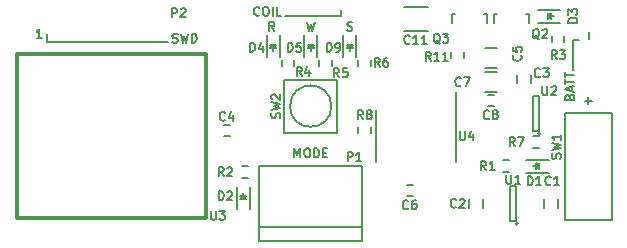
<source format=gto>
G04 #@! TF.FileFunction,Legend,Top*
%FSLAX46Y46*%
G04 Gerber Fmt 4.6, Leading zero omitted, Abs format (unit mm)*
G04 Created by KiCad (PCBNEW 4.0.2-stable) date Sun 10 Apr 2016 09:46:26 PM EDT*
%MOMM*%
G01*
G04 APERTURE LIST*
%ADD10C,0.150000*%
%ADD11C,0.130000*%
%ADD12C,0.300000*%
G04 APERTURE END LIST*
D10*
D11*
X200696286Y-137595429D02*
X200805143Y-137631714D01*
X200986572Y-137631714D01*
X201059143Y-137595429D01*
X201095429Y-137559143D01*
X201131714Y-137486571D01*
X201131714Y-137414000D01*
X201095429Y-137341429D01*
X201059143Y-137305143D01*
X200986572Y-137268857D01*
X200841429Y-137232571D01*
X200768857Y-137196286D01*
X200732572Y-137160000D01*
X200696286Y-137087429D01*
X200696286Y-137014857D01*
X200732572Y-136942286D01*
X200768857Y-136906000D01*
X200841429Y-136869714D01*
X201022857Y-136869714D01*
X201131714Y-136906000D01*
X197285429Y-136869714D02*
X197466858Y-137631714D01*
X197612001Y-137087429D01*
X197757143Y-137631714D01*
X197938572Y-136869714D01*
X194545857Y-137631714D02*
X194291857Y-137268857D01*
X194110429Y-137631714D02*
X194110429Y-136869714D01*
X194400714Y-136869714D01*
X194473286Y-136906000D01*
X194509571Y-136942286D01*
X194545857Y-137014857D01*
X194545857Y-137123714D01*
X194509571Y-137196286D01*
X194473286Y-137232571D01*
X194400714Y-137268857D01*
X194110429Y-137268857D01*
X175260000Y-138557000D02*
X175260000Y-137922000D01*
X185547000Y-138557000D02*
X175260000Y-138557000D01*
X174842714Y-138266714D02*
X174407286Y-138266714D01*
X174625000Y-138266714D02*
X174625000Y-137504714D01*
X174552429Y-137613571D01*
X174479857Y-137686143D01*
X174407286Y-137722429D01*
X185909858Y-138611429D02*
X186018715Y-138647714D01*
X186200144Y-138647714D01*
X186272715Y-138611429D01*
X186309001Y-138575143D01*
X186345286Y-138502571D01*
X186345286Y-138430000D01*
X186309001Y-138357429D01*
X186272715Y-138321143D01*
X186200144Y-138284857D01*
X186055001Y-138248571D01*
X185982429Y-138212286D01*
X185946144Y-138176000D01*
X185909858Y-138103429D01*
X185909858Y-138030857D01*
X185946144Y-137958286D01*
X185982429Y-137922000D01*
X186055001Y-137885714D01*
X186236429Y-137885714D01*
X186345286Y-137922000D01*
X186599286Y-137885714D02*
X186780715Y-138647714D01*
X186925858Y-138103429D01*
X187071000Y-138647714D01*
X187252429Y-137885714D01*
X187542715Y-138647714D02*
X187542715Y-137885714D01*
X187724143Y-137885714D01*
X187833000Y-137922000D01*
X187905572Y-137994571D01*
X187941857Y-138067143D01*
X187978143Y-138212286D01*
X187978143Y-138321143D01*
X187941857Y-138466286D01*
X187905572Y-138538857D01*
X187833000Y-138611429D01*
X187724143Y-138647714D01*
X187542715Y-138647714D01*
X221161429Y-138339285D02*
X221161429Y-137758714D01*
X219837000Y-138430000D02*
X220345000Y-138430000D01*
X219837000Y-140970000D02*
X219837000Y-138430000D01*
X200152000Y-136398000D02*
X200152000Y-135890000D01*
X195453000Y-136398000D02*
X200152000Y-136398000D01*
X193275857Y-136289143D02*
X193239571Y-136325429D01*
X193130714Y-136361714D01*
X193058143Y-136361714D01*
X192949286Y-136325429D01*
X192876714Y-136252857D01*
X192840429Y-136180286D01*
X192804143Y-136035143D01*
X192804143Y-135926286D01*
X192840429Y-135781143D01*
X192876714Y-135708571D01*
X192949286Y-135636000D01*
X193058143Y-135599714D01*
X193130714Y-135599714D01*
X193239571Y-135636000D01*
X193275857Y-135672286D01*
X193747571Y-135599714D02*
X193892714Y-135599714D01*
X193965286Y-135636000D01*
X194037857Y-135708571D01*
X194074143Y-135853714D01*
X194074143Y-136107714D01*
X194037857Y-136252857D01*
X193965286Y-136325429D01*
X193892714Y-136361714D01*
X193747571Y-136361714D01*
X193675000Y-136325429D01*
X193602429Y-136252857D01*
X193566143Y-136107714D01*
X193566143Y-135853714D01*
X193602429Y-135708571D01*
X193675000Y-135636000D01*
X193747571Y-135599714D01*
X194400715Y-136361714D02*
X194400715Y-135599714D01*
X195126429Y-136361714D02*
X194763572Y-136361714D01*
X194763572Y-135599714D01*
X219528571Y-143219713D02*
X219564857Y-143110856D01*
X219601143Y-143074571D01*
X219673714Y-143038285D01*
X219782571Y-143038285D01*
X219855143Y-143074571D01*
X219891429Y-143110856D01*
X219927714Y-143183428D01*
X219927714Y-143473713D01*
X219165714Y-143473713D01*
X219165714Y-143219713D01*
X219202000Y-143147142D01*
X219238286Y-143110856D01*
X219310857Y-143074571D01*
X219383429Y-143074571D01*
X219456000Y-143110856D01*
X219492286Y-143147142D01*
X219528571Y-143219713D01*
X219528571Y-143473713D01*
X219710000Y-142747999D02*
X219710000Y-142385142D01*
X219927714Y-142820571D02*
X219165714Y-142566571D01*
X219927714Y-142312571D01*
X219165714Y-142167428D02*
X219165714Y-141731999D01*
X219927714Y-141949713D02*
X219165714Y-141949713D01*
X219165714Y-141586857D02*
X219165714Y-141151428D01*
X219927714Y-141369142D02*
X219165714Y-141369142D01*
X220816715Y-143564429D02*
X221397286Y-143564429D01*
X221107000Y-143854714D02*
X221107000Y-143274143D01*
D10*
X205502000Y-137677000D02*
X207502000Y-137677000D01*
X207502000Y-135627000D02*
X205502000Y-135627000D01*
X195362000Y-146268000D02*
X195362000Y-141768000D01*
X195362000Y-141768000D02*
X199862000Y-141768000D01*
X199862000Y-141768000D02*
X199862000Y-146268000D01*
X199862000Y-146268000D02*
X195362000Y-146268000D01*
X199362000Y-144018000D02*
G75*
G03X199362000Y-144018000I-1750000J0D01*
G01*
D12*
X188722000Y-139633000D02*
X188722000Y-153483000D01*
X188722000Y-153483000D02*
X172722000Y-153483000D01*
X172722000Y-153483000D02*
X172722000Y-139633000D01*
X172722000Y-139633000D02*
X188722000Y-139633000D01*
D10*
X203127000Y-144333000D02*
X203127000Y-148783000D01*
X209877000Y-142808000D02*
X209877000Y-148783000D01*
X223107000Y-153638000D02*
X219107000Y-153638000D01*
X219107000Y-153638000D02*
X219107000Y-144638000D01*
X219107000Y-144638000D02*
X223107000Y-144638000D01*
X223107000Y-144638000D02*
X223107000Y-153638000D01*
X218532000Y-151923000D02*
X218532000Y-152623000D01*
X217332000Y-152623000D02*
X217332000Y-151923000D01*
X210982000Y-152623000D02*
X210982000Y-151923000D01*
X212182000Y-151923000D02*
X212182000Y-152623000D01*
X215046000Y-142082000D02*
X215046000Y-141382000D01*
X216246000Y-141382000D02*
X216246000Y-142082000D01*
X190750000Y-145575000D02*
X190250000Y-145575000D01*
X190250000Y-146525000D02*
X190750000Y-146525000D01*
X212352000Y-140804000D02*
X213352000Y-140804000D01*
X213352000Y-139104000D02*
X212352000Y-139104000D01*
X205744000Y-151605000D02*
X206244000Y-151605000D01*
X206244000Y-150655000D02*
X205744000Y-150655000D01*
X212352000Y-142836000D02*
X213352000Y-142836000D01*
X213352000Y-141136000D02*
X212352000Y-141136000D01*
X212602000Y-143985000D02*
X213102000Y-143985000D01*
X213102000Y-143035000D02*
X212602000Y-143035000D01*
X217762000Y-148548000D02*
X215862000Y-148548000D01*
X217762000Y-149648000D02*
X215862000Y-149648000D01*
X216862000Y-149098000D02*
X216412000Y-149098000D01*
X216912000Y-149348000D02*
X216912000Y-148848000D01*
X216912000Y-149098000D02*
X216662000Y-149348000D01*
X216662000Y-149348000D02*
X216662000Y-148848000D01*
X216662000Y-148848000D02*
X216912000Y-149098000D01*
X192447000Y-152738000D02*
X192447000Y-150838000D01*
X191347000Y-152738000D02*
X191347000Y-150838000D01*
X191897000Y-151838000D02*
X191897000Y-151388000D01*
X191647000Y-151888000D02*
X192147000Y-151888000D01*
X191897000Y-151888000D02*
X191647000Y-151638000D01*
X191647000Y-151638000D02*
X192147000Y-151638000D01*
X192147000Y-151638000D02*
X191897000Y-151888000D01*
X216832000Y-136948000D02*
X218732000Y-136948000D01*
X216832000Y-135848000D02*
X218732000Y-135848000D01*
X217732000Y-136398000D02*
X218182000Y-136398000D01*
X217682000Y-136148000D02*
X217682000Y-136648000D01*
X217682000Y-136398000D02*
X217932000Y-136148000D01*
X217932000Y-136148000D02*
X217932000Y-136648000D01*
X217932000Y-136648000D02*
X217682000Y-136398000D01*
X193887000Y-137965000D02*
X193887000Y-139865000D01*
X194987000Y-137965000D02*
X194987000Y-139865000D01*
X194437000Y-138865000D02*
X194437000Y-139315000D01*
X194687000Y-138815000D02*
X194187000Y-138815000D01*
X194437000Y-138815000D02*
X194687000Y-139065000D01*
X194687000Y-139065000D02*
X194187000Y-139065000D01*
X194187000Y-139065000D02*
X194437000Y-138815000D01*
X197062000Y-137965000D02*
X197062000Y-139865000D01*
X198162000Y-137965000D02*
X198162000Y-139865000D01*
X197612000Y-138865000D02*
X197612000Y-139315000D01*
X197862000Y-138815000D02*
X197362000Y-138815000D01*
X197612000Y-138815000D02*
X197862000Y-139065000D01*
X197862000Y-139065000D02*
X197362000Y-139065000D01*
X197362000Y-139065000D02*
X197612000Y-138815000D01*
X200364000Y-137965000D02*
X200364000Y-139865000D01*
X201464000Y-137965000D02*
X201464000Y-139865000D01*
X200914000Y-138865000D02*
X200914000Y-139315000D01*
X201164000Y-138815000D02*
X200664000Y-138815000D01*
X200914000Y-138815000D02*
X201164000Y-139065000D01*
X201164000Y-139065000D02*
X200664000Y-139065000D01*
X200664000Y-139065000D02*
X200914000Y-138815000D01*
X193261100Y-155455460D02*
X201961100Y-155455460D01*
X193261100Y-149050460D02*
X201961100Y-149050460D01*
X201961100Y-149050460D02*
X201961100Y-155455460D01*
X201961100Y-154225460D02*
X193261100Y-154225460D01*
X193261100Y-155455460D02*
X193261100Y-149050460D01*
X215929160Y-136255760D02*
X215880900Y-136255760D01*
X213130180Y-136956800D02*
X213130180Y-136255760D01*
X213130180Y-136255760D02*
X213379100Y-136255760D01*
X215929160Y-136255760D02*
X216129820Y-136255760D01*
X216129820Y-136255760D02*
X216129820Y-136956800D01*
X212373160Y-136255760D02*
X212324900Y-136255760D01*
X209574180Y-136956800D02*
X209574180Y-136255760D01*
X209574180Y-136255760D02*
X209823100Y-136255760D01*
X212373160Y-136255760D02*
X212573820Y-136255760D01*
X212573820Y-136255760D02*
X212573820Y-136956800D01*
X213872000Y-149623000D02*
X214372000Y-149623000D01*
X214372000Y-148573000D02*
X213872000Y-148573000D01*
X191774000Y-150131000D02*
X192274000Y-150131000D01*
X192274000Y-149081000D02*
X191774000Y-149081000D01*
X218042000Y-138053000D02*
X218042000Y-138553000D01*
X219092000Y-138553000D02*
X219092000Y-138053000D01*
X196232000Y-140585000D02*
X196232000Y-140085000D01*
X195182000Y-140085000D02*
X195182000Y-140585000D01*
X199407000Y-140585000D02*
X199407000Y-140085000D01*
X198357000Y-140085000D02*
X198357000Y-140585000D01*
X202709000Y-140585000D02*
X202709000Y-140085000D01*
X201659000Y-140085000D02*
X201659000Y-140585000D01*
X216912000Y-146541000D02*
X216412000Y-146541000D01*
X216412000Y-147591000D02*
X216912000Y-147591000D01*
X201659000Y-145800000D02*
X201659000Y-146300000D01*
X202709000Y-146300000D02*
X202709000Y-145800000D01*
X209533000Y-139450000D02*
X209533000Y-139950000D01*
X210583000Y-139950000D02*
X210583000Y-139450000D01*
X215157000Y-153973000D02*
G75*
G03X215157000Y-153973000I-100000J0D01*
G01*
X214507000Y-153723000D02*
X215007000Y-153723000D01*
X214507000Y-150823000D02*
X214507000Y-153723000D01*
X215007000Y-150823000D02*
X214507000Y-150823000D01*
X215007000Y-153723000D02*
X215007000Y-150823000D01*
X217062000Y-146353000D02*
G75*
G03X217062000Y-146353000I-100000J0D01*
G01*
X216412000Y-146103000D02*
X216912000Y-146103000D01*
X216412000Y-143203000D02*
X216412000Y-146103000D01*
X216912000Y-143203000D02*
X216412000Y-143203000D01*
X216912000Y-146103000D02*
X216912000Y-143203000D01*
D11*
X185873572Y-136488714D02*
X185873572Y-135726714D01*
X186163857Y-135726714D01*
X186236429Y-135763000D01*
X186272714Y-135799286D01*
X186309000Y-135871857D01*
X186309000Y-135980714D01*
X186272714Y-136053286D01*
X186236429Y-136089571D01*
X186163857Y-136125857D01*
X185873572Y-136125857D01*
X186599286Y-135799286D02*
X186635572Y-135763000D01*
X186708143Y-135726714D01*
X186889572Y-135726714D01*
X186962143Y-135763000D01*
X186998429Y-135799286D01*
X187034714Y-135871857D01*
X187034714Y-135944429D01*
X186998429Y-136053286D01*
X186563000Y-136488714D01*
X187034714Y-136488714D01*
X206012143Y-138702143D02*
X205975857Y-138738429D01*
X205867000Y-138774714D01*
X205794429Y-138774714D01*
X205685572Y-138738429D01*
X205613000Y-138665857D01*
X205576715Y-138593286D01*
X205540429Y-138448143D01*
X205540429Y-138339286D01*
X205576715Y-138194143D01*
X205613000Y-138121571D01*
X205685572Y-138049000D01*
X205794429Y-138012714D01*
X205867000Y-138012714D01*
X205975857Y-138049000D01*
X206012143Y-138085286D01*
X206737857Y-138774714D02*
X206302429Y-138774714D01*
X206520143Y-138774714D02*
X206520143Y-138012714D01*
X206447572Y-138121571D01*
X206375000Y-138194143D01*
X206302429Y-138230429D01*
X207463571Y-138774714D02*
X207028143Y-138774714D01*
X207245857Y-138774714D02*
X207245857Y-138012714D01*
X207173286Y-138121571D01*
X207100714Y-138194143D01*
X207028143Y-138230429D01*
X194999429Y-145033999D02*
X195035714Y-144925142D01*
X195035714Y-144743713D01*
X194999429Y-144671142D01*
X194963143Y-144634856D01*
X194890571Y-144598571D01*
X194818000Y-144598571D01*
X194745429Y-144634856D01*
X194709143Y-144671142D01*
X194672857Y-144743713D01*
X194636571Y-144888856D01*
X194600286Y-144961428D01*
X194564000Y-144997713D01*
X194491429Y-145033999D01*
X194418857Y-145033999D01*
X194346286Y-144997713D01*
X194310000Y-144961428D01*
X194273714Y-144888856D01*
X194273714Y-144707428D01*
X194310000Y-144598571D01*
X194273714Y-144344571D02*
X195035714Y-144163142D01*
X194491429Y-144017999D01*
X195035714Y-143872857D01*
X194273714Y-143691428D01*
X194346286Y-143437428D02*
X194310000Y-143401142D01*
X194273714Y-143328571D01*
X194273714Y-143147142D01*
X194310000Y-143074571D01*
X194346286Y-143038285D01*
X194418857Y-143002000D01*
X194491429Y-143002000D01*
X194600286Y-143038285D01*
X195035714Y-143473714D01*
X195035714Y-143002000D01*
X196233143Y-148362714D02*
X196233143Y-147600714D01*
X196487143Y-148145000D01*
X196741143Y-147600714D01*
X196741143Y-148362714D01*
X197249142Y-147600714D02*
X197394285Y-147600714D01*
X197466857Y-147637000D01*
X197539428Y-147709571D01*
X197575714Y-147854714D01*
X197575714Y-148108714D01*
X197539428Y-148253857D01*
X197466857Y-148326429D01*
X197394285Y-148362714D01*
X197249142Y-148362714D01*
X197176571Y-148326429D01*
X197104000Y-148253857D01*
X197067714Y-148108714D01*
X197067714Y-147854714D01*
X197104000Y-147709571D01*
X197176571Y-147637000D01*
X197249142Y-147600714D01*
X197902286Y-148362714D02*
X197902286Y-147600714D01*
X198083714Y-147600714D01*
X198192571Y-147637000D01*
X198265143Y-147709571D01*
X198301428Y-147782143D01*
X198337714Y-147927286D01*
X198337714Y-148036143D01*
X198301428Y-148181286D01*
X198265143Y-148253857D01*
X198192571Y-148326429D01*
X198083714Y-148362714D01*
X197902286Y-148362714D01*
X198664286Y-147963571D02*
X198918286Y-147963571D01*
X199027143Y-148362714D02*
X198664286Y-148362714D01*
X198664286Y-147600714D01*
X199027143Y-147600714D01*
X189157429Y-152871714D02*
X189157429Y-153488571D01*
X189193714Y-153561143D01*
X189230000Y-153597429D01*
X189302571Y-153633714D01*
X189447714Y-153633714D01*
X189520286Y-153597429D01*
X189556571Y-153561143D01*
X189592857Y-153488571D01*
X189592857Y-152871714D01*
X189883143Y-152871714D02*
X190354857Y-152871714D01*
X190100857Y-153162000D01*
X190209715Y-153162000D01*
X190282286Y-153198286D01*
X190318572Y-153234571D01*
X190354857Y-153307143D01*
X190354857Y-153488571D01*
X190318572Y-153561143D01*
X190282286Y-153597429D01*
X190209715Y-153633714D01*
X189992000Y-153633714D01*
X189919429Y-153597429D01*
X189883143Y-153561143D01*
X210239429Y-146140714D02*
X210239429Y-146757571D01*
X210275714Y-146830143D01*
X210312000Y-146866429D01*
X210384571Y-146902714D01*
X210529714Y-146902714D01*
X210602286Y-146866429D01*
X210638571Y-146830143D01*
X210674857Y-146757571D01*
X210674857Y-146140714D01*
X211364286Y-146394714D02*
X211364286Y-146902714D01*
X211182857Y-146104429D02*
X211001429Y-146648714D01*
X211473143Y-146648714D01*
X218748429Y-148462999D02*
X218784714Y-148354142D01*
X218784714Y-148172713D01*
X218748429Y-148100142D01*
X218712143Y-148063856D01*
X218639571Y-148027571D01*
X218567000Y-148027571D01*
X218494429Y-148063856D01*
X218458143Y-148100142D01*
X218421857Y-148172713D01*
X218385571Y-148317856D01*
X218349286Y-148390428D01*
X218313000Y-148426713D01*
X218240429Y-148462999D01*
X218167857Y-148462999D01*
X218095286Y-148426713D01*
X218059000Y-148390428D01*
X218022714Y-148317856D01*
X218022714Y-148136428D01*
X218059000Y-148027571D01*
X218022714Y-147773571D02*
X218784714Y-147592142D01*
X218240429Y-147446999D01*
X218784714Y-147301857D01*
X218022714Y-147120428D01*
X218784714Y-146431000D02*
X218784714Y-146866428D01*
X218784714Y-146648714D02*
X218022714Y-146648714D01*
X218131571Y-146721285D01*
X218204143Y-146793857D01*
X218240429Y-146866428D01*
X217932000Y-150640143D02*
X217895714Y-150676429D01*
X217786857Y-150712714D01*
X217714286Y-150712714D01*
X217605429Y-150676429D01*
X217532857Y-150603857D01*
X217496572Y-150531286D01*
X217460286Y-150386143D01*
X217460286Y-150277286D01*
X217496572Y-150132143D01*
X217532857Y-150059571D01*
X217605429Y-149987000D01*
X217714286Y-149950714D01*
X217786857Y-149950714D01*
X217895714Y-149987000D01*
X217932000Y-150023286D01*
X218657714Y-150712714D02*
X218222286Y-150712714D01*
X218440000Y-150712714D02*
X218440000Y-149950714D01*
X218367429Y-150059571D01*
X218294857Y-150132143D01*
X218222286Y-150168429D01*
X209931000Y-152545143D02*
X209894714Y-152581429D01*
X209785857Y-152617714D01*
X209713286Y-152617714D01*
X209604429Y-152581429D01*
X209531857Y-152508857D01*
X209495572Y-152436286D01*
X209459286Y-152291143D01*
X209459286Y-152182286D01*
X209495572Y-152037143D01*
X209531857Y-151964571D01*
X209604429Y-151892000D01*
X209713286Y-151855714D01*
X209785857Y-151855714D01*
X209894714Y-151892000D01*
X209931000Y-151928286D01*
X210221286Y-151928286D02*
X210257572Y-151892000D01*
X210330143Y-151855714D01*
X210511572Y-151855714D01*
X210584143Y-151892000D01*
X210620429Y-151928286D01*
X210656714Y-152000857D01*
X210656714Y-152073429D01*
X210620429Y-152182286D01*
X210185000Y-152617714D01*
X210656714Y-152617714D01*
X217043000Y-141496143D02*
X217006714Y-141532429D01*
X216897857Y-141568714D01*
X216825286Y-141568714D01*
X216716429Y-141532429D01*
X216643857Y-141459857D01*
X216607572Y-141387286D01*
X216571286Y-141242143D01*
X216571286Y-141133286D01*
X216607572Y-140988143D01*
X216643857Y-140915571D01*
X216716429Y-140843000D01*
X216825286Y-140806714D01*
X216897857Y-140806714D01*
X217006714Y-140843000D01*
X217043000Y-140879286D01*
X217297000Y-140806714D02*
X217768714Y-140806714D01*
X217514714Y-141097000D01*
X217623572Y-141097000D01*
X217696143Y-141133286D01*
X217732429Y-141169571D01*
X217768714Y-141242143D01*
X217768714Y-141423571D01*
X217732429Y-141496143D01*
X217696143Y-141532429D01*
X217623572Y-141568714D01*
X217405857Y-141568714D01*
X217333286Y-141532429D01*
X217297000Y-141496143D01*
X190373000Y-145179143D02*
X190336714Y-145215429D01*
X190227857Y-145251714D01*
X190155286Y-145251714D01*
X190046429Y-145215429D01*
X189973857Y-145142857D01*
X189937572Y-145070286D01*
X189901286Y-144925143D01*
X189901286Y-144816286D01*
X189937572Y-144671143D01*
X189973857Y-144598571D01*
X190046429Y-144526000D01*
X190155286Y-144489714D01*
X190227857Y-144489714D01*
X190336714Y-144526000D01*
X190373000Y-144562286D01*
X191026143Y-144743714D02*
X191026143Y-145251714D01*
X190844714Y-144453429D02*
X190663286Y-144997714D01*
X191135000Y-144997714D01*
X215410143Y-139700000D02*
X215446429Y-139736286D01*
X215482714Y-139845143D01*
X215482714Y-139917714D01*
X215446429Y-140026571D01*
X215373857Y-140099143D01*
X215301286Y-140135428D01*
X215156143Y-140171714D01*
X215047286Y-140171714D01*
X214902143Y-140135428D01*
X214829571Y-140099143D01*
X214757000Y-140026571D01*
X214720714Y-139917714D01*
X214720714Y-139845143D01*
X214757000Y-139736286D01*
X214793286Y-139700000D01*
X214720714Y-139010571D02*
X214720714Y-139373428D01*
X215083571Y-139409714D01*
X215047286Y-139373428D01*
X215011000Y-139300857D01*
X215011000Y-139119428D01*
X215047286Y-139046857D01*
X215083571Y-139010571D01*
X215156143Y-138974286D01*
X215337571Y-138974286D01*
X215410143Y-139010571D01*
X215446429Y-139046857D01*
X215482714Y-139119428D01*
X215482714Y-139300857D01*
X215446429Y-139373428D01*
X215410143Y-139409714D01*
X205867000Y-152672143D02*
X205830714Y-152708429D01*
X205721857Y-152744714D01*
X205649286Y-152744714D01*
X205540429Y-152708429D01*
X205467857Y-152635857D01*
X205431572Y-152563286D01*
X205395286Y-152418143D01*
X205395286Y-152309286D01*
X205431572Y-152164143D01*
X205467857Y-152091571D01*
X205540429Y-152019000D01*
X205649286Y-151982714D01*
X205721857Y-151982714D01*
X205830714Y-152019000D01*
X205867000Y-152055286D01*
X206520143Y-151982714D02*
X206375000Y-151982714D01*
X206302429Y-152019000D01*
X206266143Y-152055286D01*
X206193572Y-152164143D01*
X206157286Y-152309286D01*
X206157286Y-152599571D01*
X206193572Y-152672143D01*
X206229857Y-152708429D01*
X206302429Y-152744714D01*
X206447572Y-152744714D01*
X206520143Y-152708429D01*
X206556429Y-152672143D01*
X206592714Y-152599571D01*
X206592714Y-152418143D01*
X206556429Y-152345571D01*
X206520143Y-152309286D01*
X206447572Y-152273000D01*
X206302429Y-152273000D01*
X206229857Y-152309286D01*
X206193572Y-152345571D01*
X206157286Y-152418143D01*
X210312000Y-142258143D02*
X210275714Y-142294429D01*
X210166857Y-142330714D01*
X210094286Y-142330714D01*
X209985429Y-142294429D01*
X209912857Y-142221857D01*
X209876572Y-142149286D01*
X209840286Y-142004143D01*
X209840286Y-141895286D01*
X209876572Y-141750143D01*
X209912857Y-141677571D01*
X209985429Y-141605000D01*
X210094286Y-141568714D01*
X210166857Y-141568714D01*
X210275714Y-141605000D01*
X210312000Y-141641286D01*
X210566000Y-141568714D02*
X211074000Y-141568714D01*
X210747429Y-142330714D01*
X212725000Y-145052143D02*
X212688714Y-145088429D01*
X212579857Y-145124714D01*
X212507286Y-145124714D01*
X212398429Y-145088429D01*
X212325857Y-145015857D01*
X212289572Y-144943286D01*
X212253286Y-144798143D01*
X212253286Y-144689286D01*
X212289572Y-144544143D01*
X212325857Y-144471571D01*
X212398429Y-144399000D01*
X212507286Y-144362714D01*
X212579857Y-144362714D01*
X212688714Y-144399000D01*
X212725000Y-144435286D01*
X213160429Y-144689286D02*
X213087857Y-144653000D01*
X213051572Y-144616714D01*
X213015286Y-144544143D01*
X213015286Y-144507857D01*
X213051572Y-144435286D01*
X213087857Y-144399000D01*
X213160429Y-144362714D01*
X213305572Y-144362714D01*
X213378143Y-144399000D01*
X213414429Y-144435286D01*
X213450714Y-144507857D01*
X213450714Y-144544143D01*
X213414429Y-144616714D01*
X213378143Y-144653000D01*
X213305572Y-144689286D01*
X213160429Y-144689286D01*
X213087857Y-144725571D01*
X213051572Y-144761857D01*
X213015286Y-144834429D01*
X213015286Y-144979571D01*
X213051572Y-145052143D01*
X213087857Y-145088429D01*
X213160429Y-145124714D01*
X213305572Y-145124714D01*
X213378143Y-145088429D01*
X213414429Y-145052143D01*
X213450714Y-144979571D01*
X213450714Y-144834429D01*
X213414429Y-144761857D01*
X213378143Y-144725571D01*
X213305572Y-144689286D01*
X215972572Y-150712714D02*
X215972572Y-149950714D01*
X216154000Y-149950714D01*
X216262857Y-149987000D01*
X216335429Y-150059571D01*
X216371714Y-150132143D01*
X216408000Y-150277286D01*
X216408000Y-150386143D01*
X216371714Y-150531286D01*
X216335429Y-150603857D01*
X216262857Y-150676429D01*
X216154000Y-150712714D01*
X215972572Y-150712714D01*
X217133714Y-150712714D02*
X216698286Y-150712714D01*
X216916000Y-150712714D02*
X216916000Y-149950714D01*
X216843429Y-150059571D01*
X216770857Y-150132143D01*
X216698286Y-150168429D01*
X189810572Y-151982714D02*
X189810572Y-151220714D01*
X189992000Y-151220714D01*
X190100857Y-151257000D01*
X190173429Y-151329571D01*
X190209714Y-151402143D01*
X190246000Y-151547286D01*
X190246000Y-151656143D01*
X190209714Y-151801286D01*
X190173429Y-151873857D01*
X190100857Y-151946429D01*
X189992000Y-151982714D01*
X189810572Y-151982714D01*
X190536286Y-151293286D02*
X190572572Y-151257000D01*
X190645143Y-151220714D01*
X190826572Y-151220714D01*
X190899143Y-151257000D01*
X190935429Y-151293286D01*
X190971714Y-151365857D01*
X190971714Y-151438429D01*
X190935429Y-151547286D01*
X190500000Y-151982714D01*
X190971714Y-151982714D01*
X220181714Y-136960428D02*
X219419714Y-136960428D01*
X219419714Y-136779000D01*
X219456000Y-136670143D01*
X219528571Y-136597571D01*
X219601143Y-136561286D01*
X219746286Y-136525000D01*
X219855143Y-136525000D01*
X220000286Y-136561286D01*
X220072857Y-136597571D01*
X220145429Y-136670143D01*
X220181714Y-136779000D01*
X220181714Y-136960428D01*
X219419714Y-136271000D02*
X219419714Y-135799286D01*
X219710000Y-136053286D01*
X219710000Y-135944428D01*
X219746286Y-135871857D01*
X219782571Y-135835571D01*
X219855143Y-135799286D01*
X220036571Y-135799286D01*
X220109143Y-135835571D01*
X220145429Y-135871857D01*
X220181714Y-135944428D01*
X220181714Y-136162143D01*
X220145429Y-136234714D01*
X220109143Y-136271000D01*
X192477572Y-139409714D02*
X192477572Y-138647714D01*
X192659000Y-138647714D01*
X192767857Y-138684000D01*
X192840429Y-138756571D01*
X192876714Y-138829143D01*
X192913000Y-138974286D01*
X192913000Y-139083143D01*
X192876714Y-139228286D01*
X192840429Y-139300857D01*
X192767857Y-139373429D01*
X192659000Y-139409714D01*
X192477572Y-139409714D01*
X193566143Y-138901714D02*
X193566143Y-139409714D01*
X193384714Y-138611429D02*
X193203286Y-139155714D01*
X193675000Y-139155714D01*
X195652572Y-139409714D02*
X195652572Y-138647714D01*
X195834000Y-138647714D01*
X195942857Y-138684000D01*
X196015429Y-138756571D01*
X196051714Y-138829143D01*
X196088000Y-138974286D01*
X196088000Y-139083143D01*
X196051714Y-139228286D01*
X196015429Y-139300857D01*
X195942857Y-139373429D01*
X195834000Y-139409714D01*
X195652572Y-139409714D01*
X196777429Y-138647714D02*
X196414572Y-138647714D01*
X196378286Y-139010571D01*
X196414572Y-138974286D01*
X196487143Y-138938000D01*
X196668572Y-138938000D01*
X196741143Y-138974286D01*
X196777429Y-139010571D01*
X196813714Y-139083143D01*
X196813714Y-139264571D01*
X196777429Y-139337143D01*
X196741143Y-139373429D01*
X196668572Y-139409714D01*
X196487143Y-139409714D01*
X196414572Y-139373429D01*
X196378286Y-139337143D01*
X198954572Y-139409714D02*
X198954572Y-138647714D01*
X199136000Y-138647714D01*
X199244857Y-138684000D01*
X199317429Y-138756571D01*
X199353714Y-138829143D01*
X199390000Y-138974286D01*
X199390000Y-139083143D01*
X199353714Y-139228286D01*
X199317429Y-139300857D01*
X199244857Y-139373429D01*
X199136000Y-139409714D01*
X198954572Y-139409714D01*
X199752857Y-139409714D02*
X199898000Y-139409714D01*
X199970572Y-139373429D01*
X200006857Y-139337143D01*
X200079429Y-139228286D01*
X200115714Y-139083143D01*
X200115714Y-138792857D01*
X200079429Y-138720286D01*
X200043143Y-138684000D01*
X199970572Y-138647714D01*
X199825429Y-138647714D01*
X199752857Y-138684000D01*
X199716572Y-138720286D01*
X199680286Y-138792857D01*
X199680286Y-138974286D01*
X199716572Y-139046857D01*
X199752857Y-139083143D01*
X199825429Y-139119429D01*
X199970572Y-139119429D01*
X200043143Y-139083143D01*
X200079429Y-139046857D01*
X200115714Y-138974286D01*
X200732572Y-148680714D02*
X200732572Y-147918714D01*
X201022857Y-147918714D01*
X201095429Y-147955000D01*
X201131714Y-147991286D01*
X201168000Y-148063857D01*
X201168000Y-148172714D01*
X201131714Y-148245286D01*
X201095429Y-148281571D01*
X201022857Y-148317857D01*
X200732572Y-148317857D01*
X201893714Y-148680714D02*
X201458286Y-148680714D01*
X201676000Y-148680714D02*
X201676000Y-147918714D01*
X201603429Y-148027571D01*
X201530857Y-148100143D01*
X201458286Y-148136429D01*
X216970429Y-138339286D02*
X216897857Y-138303000D01*
X216825286Y-138230429D01*
X216716429Y-138121571D01*
X216643857Y-138085286D01*
X216571286Y-138085286D01*
X216607571Y-138266714D02*
X216535000Y-138230429D01*
X216462429Y-138157857D01*
X216426143Y-138012714D01*
X216426143Y-137758714D01*
X216462429Y-137613571D01*
X216535000Y-137541000D01*
X216607571Y-137504714D01*
X216752714Y-137504714D01*
X216825286Y-137541000D01*
X216897857Y-137613571D01*
X216934143Y-137758714D01*
X216934143Y-138012714D01*
X216897857Y-138157857D01*
X216825286Y-138230429D01*
X216752714Y-138266714D01*
X216607571Y-138266714D01*
X217224429Y-137577286D02*
X217260715Y-137541000D01*
X217333286Y-137504714D01*
X217514715Y-137504714D01*
X217587286Y-137541000D01*
X217623572Y-137577286D01*
X217659857Y-137649857D01*
X217659857Y-137722429D01*
X217623572Y-137831286D01*
X217188143Y-138266714D01*
X217659857Y-138266714D01*
X208588429Y-138720286D02*
X208515857Y-138684000D01*
X208443286Y-138611429D01*
X208334429Y-138502571D01*
X208261857Y-138466286D01*
X208189286Y-138466286D01*
X208225571Y-138647714D02*
X208153000Y-138611429D01*
X208080429Y-138538857D01*
X208044143Y-138393714D01*
X208044143Y-138139714D01*
X208080429Y-137994571D01*
X208153000Y-137922000D01*
X208225571Y-137885714D01*
X208370714Y-137885714D01*
X208443286Y-137922000D01*
X208515857Y-137994571D01*
X208552143Y-138139714D01*
X208552143Y-138393714D01*
X208515857Y-138538857D01*
X208443286Y-138611429D01*
X208370714Y-138647714D01*
X208225571Y-138647714D01*
X208806143Y-137885714D02*
X209277857Y-137885714D01*
X209023857Y-138176000D01*
X209132715Y-138176000D01*
X209205286Y-138212286D01*
X209241572Y-138248571D01*
X209277857Y-138321143D01*
X209277857Y-138502571D01*
X209241572Y-138575143D01*
X209205286Y-138611429D01*
X209132715Y-138647714D01*
X208915000Y-138647714D01*
X208842429Y-138611429D01*
X208806143Y-138575143D01*
X212471000Y-149442714D02*
X212217000Y-149079857D01*
X212035572Y-149442714D02*
X212035572Y-148680714D01*
X212325857Y-148680714D01*
X212398429Y-148717000D01*
X212434714Y-148753286D01*
X212471000Y-148825857D01*
X212471000Y-148934714D01*
X212434714Y-149007286D01*
X212398429Y-149043571D01*
X212325857Y-149079857D01*
X212035572Y-149079857D01*
X213196714Y-149442714D02*
X212761286Y-149442714D01*
X212979000Y-149442714D02*
X212979000Y-148680714D01*
X212906429Y-148789571D01*
X212833857Y-148862143D01*
X212761286Y-148898429D01*
X190246000Y-149950714D02*
X189992000Y-149587857D01*
X189810572Y-149950714D02*
X189810572Y-149188714D01*
X190100857Y-149188714D01*
X190173429Y-149225000D01*
X190209714Y-149261286D01*
X190246000Y-149333857D01*
X190246000Y-149442714D01*
X190209714Y-149515286D01*
X190173429Y-149551571D01*
X190100857Y-149587857D01*
X189810572Y-149587857D01*
X190536286Y-149261286D02*
X190572572Y-149225000D01*
X190645143Y-149188714D01*
X190826572Y-149188714D01*
X190899143Y-149225000D01*
X190935429Y-149261286D01*
X190971714Y-149333857D01*
X190971714Y-149406429D01*
X190935429Y-149515286D01*
X190500000Y-149950714D01*
X190971714Y-149950714D01*
X218440000Y-140044714D02*
X218186000Y-139681857D01*
X218004572Y-140044714D02*
X218004572Y-139282714D01*
X218294857Y-139282714D01*
X218367429Y-139319000D01*
X218403714Y-139355286D01*
X218440000Y-139427857D01*
X218440000Y-139536714D01*
X218403714Y-139609286D01*
X218367429Y-139645571D01*
X218294857Y-139681857D01*
X218004572Y-139681857D01*
X218694000Y-139282714D02*
X219165714Y-139282714D01*
X218911714Y-139573000D01*
X219020572Y-139573000D01*
X219093143Y-139609286D01*
X219129429Y-139645571D01*
X219165714Y-139718143D01*
X219165714Y-139899571D01*
X219129429Y-139972143D01*
X219093143Y-140008429D01*
X219020572Y-140044714D01*
X218802857Y-140044714D01*
X218730286Y-140008429D01*
X218694000Y-139972143D01*
X196850000Y-141441714D02*
X196596000Y-141078857D01*
X196414572Y-141441714D02*
X196414572Y-140679714D01*
X196704857Y-140679714D01*
X196777429Y-140716000D01*
X196813714Y-140752286D01*
X196850000Y-140824857D01*
X196850000Y-140933714D01*
X196813714Y-141006286D01*
X196777429Y-141042571D01*
X196704857Y-141078857D01*
X196414572Y-141078857D01*
X197503143Y-140933714D02*
X197503143Y-141441714D01*
X197321714Y-140643429D02*
X197140286Y-141187714D01*
X197612000Y-141187714D01*
X200025000Y-141568714D02*
X199771000Y-141205857D01*
X199589572Y-141568714D02*
X199589572Y-140806714D01*
X199879857Y-140806714D01*
X199952429Y-140843000D01*
X199988714Y-140879286D01*
X200025000Y-140951857D01*
X200025000Y-141060714D01*
X199988714Y-141133286D01*
X199952429Y-141169571D01*
X199879857Y-141205857D01*
X199589572Y-141205857D01*
X200714429Y-140806714D02*
X200351572Y-140806714D01*
X200315286Y-141169571D01*
X200351572Y-141133286D01*
X200424143Y-141097000D01*
X200605572Y-141097000D01*
X200678143Y-141133286D01*
X200714429Y-141169571D01*
X200750714Y-141242143D01*
X200750714Y-141423571D01*
X200714429Y-141496143D01*
X200678143Y-141532429D01*
X200605572Y-141568714D01*
X200424143Y-141568714D01*
X200351572Y-141532429D01*
X200315286Y-141496143D01*
X203454000Y-140679714D02*
X203200000Y-140316857D01*
X203018572Y-140679714D02*
X203018572Y-139917714D01*
X203308857Y-139917714D01*
X203381429Y-139954000D01*
X203417714Y-139990286D01*
X203454000Y-140062857D01*
X203454000Y-140171714D01*
X203417714Y-140244286D01*
X203381429Y-140280571D01*
X203308857Y-140316857D01*
X203018572Y-140316857D01*
X204107143Y-139917714D02*
X203962000Y-139917714D01*
X203889429Y-139954000D01*
X203853143Y-139990286D01*
X203780572Y-140099143D01*
X203744286Y-140244286D01*
X203744286Y-140534571D01*
X203780572Y-140607143D01*
X203816857Y-140643429D01*
X203889429Y-140679714D01*
X204034572Y-140679714D01*
X204107143Y-140643429D01*
X204143429Y-140607143D01*
X204179714Y-140534571D01*
X204179714Y-140353143D01*
X204143429Y-140280571D01*
X204107143Y-140244286D01*
X204034572Y-140208000D01*
X203889429Y-140208000D01*
X203816857Y-140244286D01*
X203780572Y-140280571D01*
X203744286Y-140353143D01*
X214884000Y-147410714D02*
X214630000Y-147047857D01*
X214448572Y-147410714D02*
X214448572Y-146648714D01*
X214738857Y-146648714D01*
X214811429Y-146685000D01*
X214847714Y-146721286D01*
X214884000Y-146793857D01*
X214884000Y-146902714D01*
X214847714Y-146975286D01*
X214811429Y-147011571D01*
X214738857Y-147047857D01*
X214448572Y-147047857D01*
X215138000Y-146648714D02*
X215646000Y-146648714D01*
X215319429Y-147410714D01*
X202057000Y-145124714D02*
X201803000Y-144761857D01*
X201621572Y-145124714D02*
X201621572Y-144362714D01*
X201911857Y-144362714D01*
X201984429Y-144399000D01*
X202020714Y-144435286D01*
X202057000Y-144507857D01*
X202057000Y-144616714D01*
X202020714Y-144689286D01*
X201984429Y-144725571D01*
X201911857Y-144761857D01*
X201621572Y-144761857D01*
X202492429Y-144689286D02*
X202419857Y-144653000D01*
X202383572Y-144616714D01*
X202347286Y-144544143D01*
X202347286Y-144507857D01*
X202383572Y-144435286D01*
X202419857Y-144399000D01*
X202492429Y-144362714D01*
X202637572Y-144362714D01*
X202710143Y-144399000D01*
X202746429Y-144435286D01*
X202782714Y-144507857D01*
X202782714Y-144544143D01*
X202746429Y-144616714D01*
X202710143Y-144653000D01*
X202637572Y-144689286D01*
X202492429Y-144689286D01*
X202419857Y-144725571D01*
X202383572Y-144761857D01*
X202347286Y-144834429D01*
X202347286Y-144979571D01*
X202383572Y-145052143D01*
X202419857Y-145088429D01*
X202492429Y-145124714D01*
X202637572Y-145124714D01*
X202710143Y-145088429D01*
X202746429Y-145052143D01*
X202782714Y-144979571D01*
X202782714Y-144834429D01*
X202746429Y-144761857D01*
X202710143Y-144725571D01*
X202637572Y-144689286D01*
X207790143Y-140171714D02*
X207536143Y-139808857D01*
X207354715Y-140171714D02*
X207354715Y-139409714D01*
X207645000Y-139409714D01*
X207717572Y-139446000D01*
X207753857Y-139482286D01*
X207790143Y-139554857D01*
X207790143Y-139663714D01*
X207753857Y-139736286D01*
X207717572Y-139772571D01*
X207645000Y-139808857D01*
X207354715Y-139808857D01*
X208515857Y-140171714D02*
X208080429Y-140171714D01*
X208298143Y-140171714D02*
X208298143Y-139409714D01*
X208225572Y-139518571D01*
X208153000Y-139591143D01*
X208080429Y-139627429D01*
X209241571Y-140171714D02*
X208806143Y-140171714D01*
X209023857Y-140171714D02*
X209023857Y-139409714D01*
X208951286Y-139518571D01*
X208878714Y-139591143D01*
X208806143Y-139627429D01*
X214176429Y-149823714D02*
X214176429Y-150440571D01*
X214212714Y-150513143D01*
X214249000Y-150549429D01*
X214321571Y-150585714D01*
X214466714Y-150585714D01*
X214539286Y-150549429D01*
X214575571Y-150513143D01*
X214611857Y-150440571D01*
X214611857Y-149823714D01*
X215373857Y-150585714D02*
X214938429Y-150585714D01*
X215156143Y-150585714D02*
X215156143Y-149823714D01*
X215083572Y-149932571D01*
X215011000Y-150005143D01*
X214938429Y-150041429D01*
X217224429Y-142330714D02*
X217224429Y-142947571D01*
X217260714Y-143020143D01*
X217297000Y-143056429D01*
X217369571Y-143092714D01*
X217514714Y-143092714D01*
X217587286Y-143056429D01*
X217623571Y-143020143D01*
X217659857Y-142947571D01*
X217659857Y-142330714D01*
X217986429Y-142403286D02*
X218022715Y-142367000D01*
X218095286Y-142330714D01*
X218276715Y-142330714D01*
X218349286Y-142367000D01*
X218385572Y-142403286D01*
X218421857Y-142475857D01*
X218421857Y-142548429D01*
X218385572Y-142657286D01*
X217950143Y-143092714D01*
X218421857Y-143092714D01*
M02*

</source>
